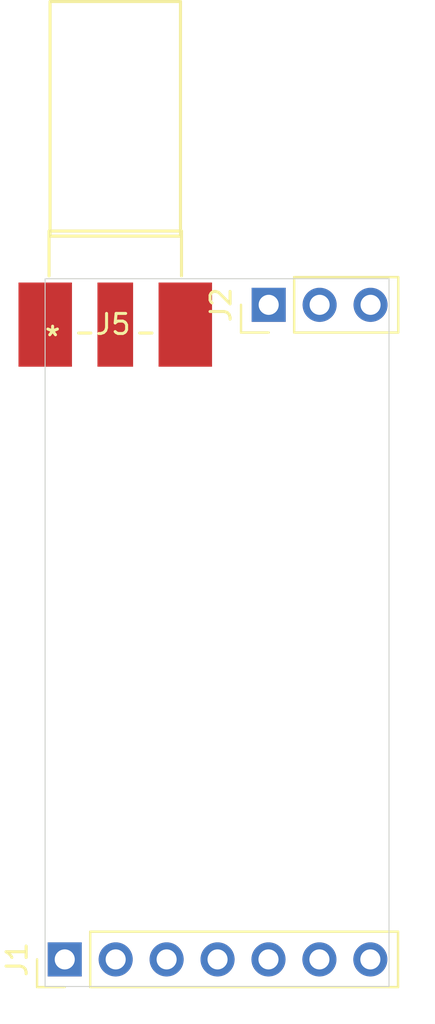
<source format=kicad_pcb>
(kicad_pcb (version 20241229) (generator "pcbnew") (generator_version "9.0")
  (layers (0 "F.Cu" signal) (2 "B.Cu" signal) (13 "F.Paste" user) (15 "B.Paste" user) (5 "F.SilkS" user "F.Silkscreen") (7 "B.SilkS" user "B.Silkscreen") (1 "F.Mask" user) (3 "B.Mask" user) (25 "Edge.Cuts" user))
  (net 0 "")
  (net 3 "LORA_RX")
  (net 4 "LORA_TX")
  (net 6 "+5V")
  (net 7 "GND")
  (footprint "Snapeda:732512120_CONN-732513152_MOL" (layer "F.Cu") (at 139.2 62.0149)
    (property "Reference" "J5" (at -0.1016 2.1082 0) (layer "F.SilkS"))
    (property "Value" "732512120")
    (fp_line (start -3.302 -2.54) (end -3.302 -0.3048) (stroke (width 0.1524)) (layer "F.SilkS"))
    (fp_line (start -3.2512 -13.97) (end -3.2512 -2.286) (stroke (width 0.1524)) (layer "F.SilkS"))
    (fp_line (start -3.2512 -2.286) (end 3.2512 -2.286) (stroke (width 0.1524)) (layer "F.SilkS"))
    (fp_line (start -1.8288 2.54) (end -1.2192 2.54) (stroke (width 0.1524)) (layer "F.SilkS"))
    (fp_line (start 1.2192 2.54) (end 1.8288 2.54) (stroke (width 0.1524)) (layer "F.SilkS"))
    (fp_line (start 3.2512 -13.97) (end -3.2512 -13.97) (stroke (width 0.1524)) (layer "F.SilkS"))
    (fp_line (start 3.2512 -2.286) (end 3.2512 -13.97) (stroke (width 0.1524)) (layer "F.SilkS"))
    (fp_line (start 3.302 -2.54) (end -3.302 -2.54) (stroke (width 0.1524)) (layer "F.SilkS"))
    (fp_line (start 3.302 -0.3048) (end 3.302 -2.54) (stroke (width 0.1524)) (layer "F.SilkS"))
    (fp_text user "*" (at -3.1242 2.7432 0) (layer "F.SilkS"))
    (pad "1" smd rect (at 0 2.1209) (size 1.778 4.191) (layers "F.Cu" "F.Mask" "F.Paste"))
    (pad "2" smd rect (at -3.4925 2.1209) (size 2.667 4.191) (layers "F.Cu" "F.Mask" "F.Paste"))
    (pad "3" smd rect (at 3.4925 2.1209) (size 2.667 4.191) (layers "F.Cu" "F.Mask" "F.Paste"))
  )
  (footprint "Connector_PinHeader_2.54mm:PinHeader_1x07_P2.54mm_Vertical" (layer "F.Cu") (at 136.68 95.75 90)
    (property "Reference" "J1" (at 0 -2.38 90) (layer "F.SilkS"))
    (property "Value" "Conn_01x07")
    (fp_line (start -1.38 -1.38) (end 0 -1.38) (stroke (width 0.12)) (layer "F.SilkS"))
    (fp_line (start -1.38 0) (end -1.38 -1.38) (stroke (width 0.12)) (layer "F.SilkS"))
    (fp_line (start 1.38 1.27) (end 1.38 16.62) (stroke (width 0.12)) (layer "F.SilkS"))
    (fp_line (start -1.38 1.27) (end 1.38 1.27) (stroke (width 0.12)) (layer "F.SilkS"))
    (fp_line (start -1.38 1.27) (end -1.38 16.62) (stroke (width 0.12)) (layer "F.SilkS"))
    (fp_line (start -1.38 16.62) (end 1.38 16.62) (stroke (width 0.12)) (layer "F.SilkS"))
    (pad "1" thru_hole rect (at 0 0 90) (size 1.7 1.7) (drill 1) (layers "*.Cu" "*.Mask"))
    (pad "2" thru_hole circle (at 0 2.54 90) (size 1.7 1.7) (drill 1) (layers "*.Cu" "*.Mask"))
    (pad "3" thru_hole circle (at 0 5.08 90) (size 1.7 1.7) (drill 1) (layers "*.Cu" "*.Mask") (net 3 "LORA_RX"))
    (pad "4" thru_hole circle (at 0 7.62 90) (size 1.7 1.7) (drill 1) (layers "*.Cu" "*.Mask") (net 4 "LORA_TX"))
    (pad "5" thru_hole circle (at 0 10.16 90) (size 1.7 1.7) (drill 1) (layers "*.Cu" "*.Mask"))
    (pad "6" thru_hole circle (at 0 12.7 90) (size 1.7 1.7) (drill 1) (layers "*.Cu" "*.Mask") (net 6 "+5V"))
    (pad "7" thru_hole circle (at 0 15.24 90) (size 1.7 1.7) (drill 1) (layers "*.Cu" "*.Mask") (net 7 "GND"))
  )
  (footprint "Connector_PinHeader_2.54mm:PinHeader_1x03_P2.54mm_Vertical" (layer "F.Cu") (at 146.85 63.15 90)
    (property "Reference" "J2" (at 0 -2.38 90) (layer "F.SilkS"))
    (property "Value" "Conn_01x03")
    (fp_line (start -1.38 -1.38) (end 0 -1.38) (stroke (width 0.12)) (layer "F.SilkS"))
    (fp_line (start -1.38 0) (end -1.38 -1.38) (stroke (width 0.12)) (layer "F.SilkS"))
    (fp_line (start 1.38 1.27) (end 1.38 6.46) (stroke (width 0.12)) (layer "F.SilkS"))
    (fp_line (start -1.38 1.27) (end 1.38 1.27) (stroke (width 0.12)) (layer "F.SilkS"))
    (fp_line (start -1.38 1.27) (end -1.38 6.46) (stroke (width 0.12)) (layer "F.SilkS"))
    (fp_line (start -1.38 6.46) (end 1.38 6.46) (stroke (width 0.12)) (layer "F.SilkS"))
    (pad "1" thru_hole rect (at 0 0 90) (size 1.7 1.7) (drill 1) (layers "*.Cu" "*.Mask") (net 7 "GND"))
    (pad "2" thru_hole circle (at 0 2.54 90) (size 1.7 1.7) (drill 1) (layers "*.Cu" "*.Mask") (net 7 "GND"))
    (pad "3" thru_hole circle (at 0 5.08 90) (size 1.7 1.7) (drill 1) (layers "*.Cu" "*.Mask") (net 7 "GND"))
  )
  (gr_rect (start 135.7 61.85) (end 152.85 97.1) (stroke (width 0.05)) (fill no) (layer "Edge.Cuts"))
)
</source>
